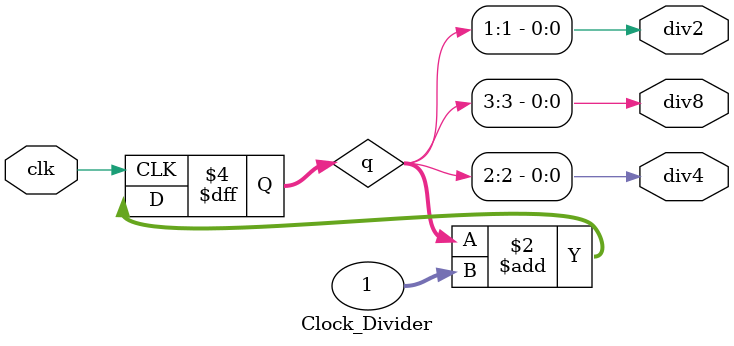
<source format=v>


module Clock_Divider(div2,div4,div8,clk);
  
  output div2,div4,div8;
  input clk;
  
  wire div2,div4,div8;
  
  reg [31:0] q;
  
  initial
    q=0;
  
  always @(negedge clk)
    begin
      q<=q+1;
    end
  
  assign div2=q[1];
  assign div4=q[2];
  assign div8=q[3];
  
endmodule
  

</source>
